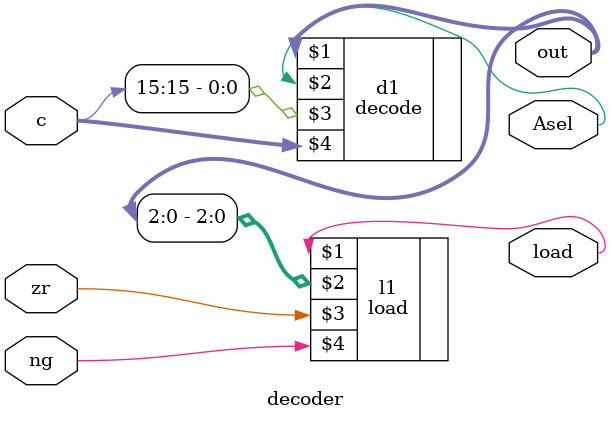
<source format=v>
`timescale 1ns / 1ps

module decoder(out, Asel, load, c, zr, ng);
input [15:0] c;
//c is the instruction;
input zr, ng;
output [15:0] out;
output Asel, load;
decode d1(out, Asel, c[15], c);
// decode(out,Asel,sel,c);
load l1(load, out[2:0], zr, ng);
// load(load, j, zr, ng );
endmodule

</source>
